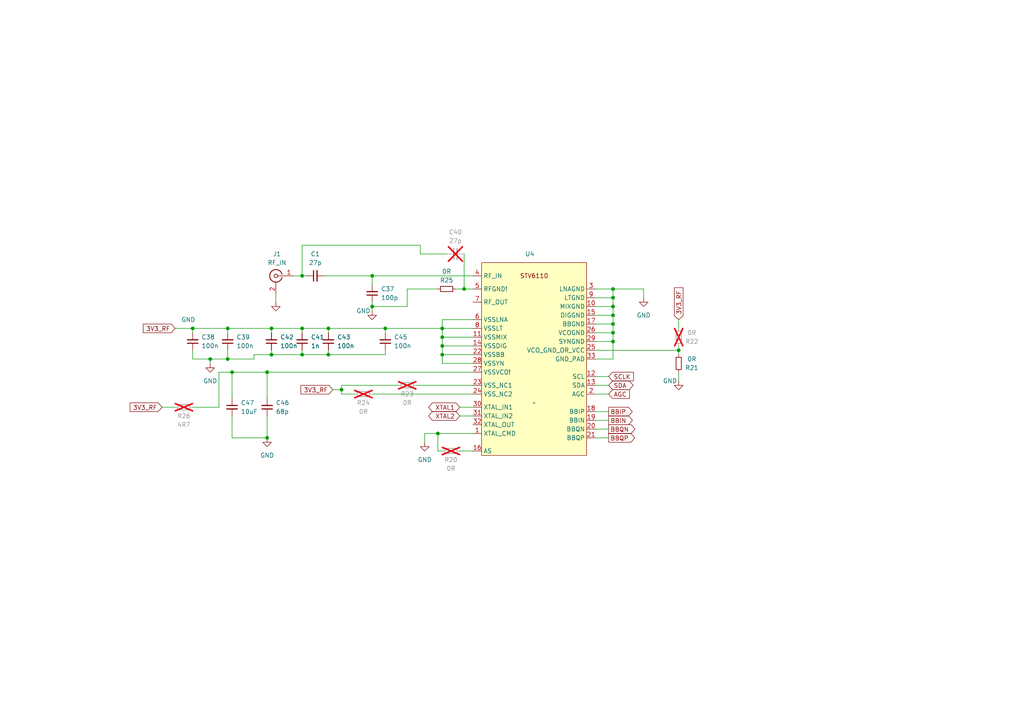
<source format=kicad_sch>
(kicad_sch (version 20230121) (generator eeschema)
  (paper "A4")
  (lib_symbols
    (symbol "Connector:Conn_Coaxial" (pin_names (offset 1.016) hide)
      (property "Reference" "J" (at 0.254 3.048 0))
      (property "Value" "Conn_Coaxial" (at 2.921 0 90))
      (symbol "Conn_Coaxial_0_1"
        (arc (start -1.778 -0.508) (mid 0.2311 -1.8066) (end 1.778 0) (stroke (width 0.254)))
        (polyline (pts (xy -2.54 0) (xy -0.508 0)))
        (polyline (pts (xy 0 -2.54) (xy 0 -1.778)))
        (circle (center 0 0) (radius 0.508) (stroke (width 0.2032)))
        (arc (start 1.778 0) (mid 0.2099 1.8101) (end -1.778 0.508) (stroke (width 0.254)))
      )
      (symbol "Conn_Coaxial_1_1"
        (pin passive line (at -5.08 0 0) (length 2.54) (name "In") (number "1"))
        (pin passive line (at 0 -5.08 90) (length 2.54) (name "Ext") (number "2"))
      )
    )
    (symbol "Device:C_Small" (pin_numbers hide) (pin_names (offset 0.254) hide)
      (property "Reference" "C" (at 0.254 1.778 0))
      (property "Value" "C_Small" (at 0.254 -2.032 0))
      (symbol "C_Small_0_1"
        (polyline (pts (xy -1.524 -0.508) (xy 1.524 -0.508)) (stroke (width 0.3302)))
        (polyline (pts (xy -1.524 0.508) (xy 1.524 0.508)) (stroke (width 0.3048)))
      )
      (symbol "C_Small_1_1"
        (pin passive line (at 0 2.54 270) (length 2.032) (name "~") (number "1"))
        (pin passive line (at 0 -2.54 90) (length 2.032) (name "~") (number "2"))
      )
    )
    (symbol "Device:R_Small" (pin_numbers hide) (pin_names (offset 0.254) hide)
      (property "Reference" "R" (at 0.762 0.508 0))
      (property "Value" "R_Small" (at 0.762 -1.016 0))
      (symbol "R_Small_0_1"
        (rectangle (start -0.762 1.778) (end 0.762 -1.778) (stroke (width 0.2032)))
      )
      (symbol "R_Small_1_1"
        (pin passive line (at 0 2.54 270) (length 0.762) (name "~") (number "1"))
        (pin passive line (at 0 -2.54 90) (length 0.762) (name "~") (number "2"))
      )
    )
    (symbol "power:GND" (power) (pin_names (offset 0))
      (property "Value" "GND" (at 0 -3.81 0))
      (symbol "GND_0_1"
        (polyline (pts (xy 0 0) (xy 0 -1.27) (xy 1.27 -1.27) (xy 0 -2.54) (xy -1.27 -1.27) (xy 0 -1.27)))
      )
      (symbol "GND_1_1"
        (pin power_in line (at 0 0 270) (length 0) hide (name "GND") (number "1"))
      )
    )
    (symbol "rda5815S:STV6110"
      (property "Reference" "U4" (at -1.27 29.21 0))
      (property "Value" "~" (at 0 -13.97 0))
      (symbol "STV6110_1_1"
        (rectangle (start -15.24 26.67) (end 15.24 -29.21) (fill (type background)))
        (text "STV6110" (at 0 22.86 0) (effects (font (size 1.27 1.27))))
        (pin power_in line (at -17.78 -22.86 0) (length 2.54) (name "XTAL_CMD") (number "1"))
        (pin power_in line (at 17.78 13.97 180) (length 2.54) (name "MIXGND") (number "10"))
        (pin power_in line (at -17.78 5.08 0) (length 2.54) (name "VSSMIX") (number "11"))
        (pin input line (at 17.78 -6.35 180) (length 2.54) (name "SCL") (number "12"))
        (pin bidirectional line (at 17.78 -8.89 180) (length 2.54) (name "SDA") (number "13"))
        (pin power_in line (at -17.78 2.54 0) (length 2.54) (name "VSSDIG") (number "14"))
        (pin power_in line (at 17.78 11.43 180) (length 2.54) (name "DIGGND") (number "15"))
        (pin output line (at -17.78 -27.94 0) (length 2.54) (name "AS") (number "16"))
        (pin power_in line (at 17.78 8.89 180) (length 2.54) (name "BBGND") (number "17"))
        (pin output line (at 17.78 -16.51 180) (length 2.54) (name "BBIP") (number "18"))
        (pin output line (at 17.78 -19.05 180) (length 2.54) (name "BBIN") (number "19"))
        (pin input line (at 17.78 -11.43 180) (length 2.54) (name "AGC") (number "2"))
        (pin output line (at 17.78 -21.59 180) (length 2.54) (name "BBQN") (number "20"))
        (pin output line (at 17.78 -24.13 180) (length 2.54) (name "BBQP") (number "21"))
        (pin power_in line (at -17.78 0 0) (length 2.54) (name "VSSBB") (number "22"))
        (pin power_in line (at -17.78 -8.89 0) (length 2.54) (name "VSS_NC1") (number "23"))
        (pin power_in line (at -17.78 -11.43 0) (length 2.54) (name "VSS_NC2") (number "24"))
        (pin power_in line (at 17.78 1.27 180) (length 2.54) (name "VCO_GND_OR_VCC") (number "25"))
        (pin power_in line (at 17.78 6.35 180) (length 2.54) (name "VCOGND") (number "26"))
        (pin power_in line (at -17.78 -5.08 0) (length 2.54) (name "VSSVCO!") (number "27"))
        (pin power_in line (at -17.78 -2.54 0) (length 2.54) (name "VSSYN") (number "28"))
        (pin power_in line (at 17.78 3.81 180) (length 2.54) (name "SYNGND") (number "29"))
        (pin power_in line (at 17.78 19.05 180) (length 2.54) (name "LNAGND") (number "3"))
        (pin bidirectional line (at -17.78 -15.24 0) (length 2.54) (name "XTAL_IN1") (number "30"))
        (pin bidirectional line (at -17.78 -17.78 0) (length 2.54) (name "XTAL_IN2") (number "31"))
        (pin output line (at -17.78 -20.32 0) (length 2.54) (name "XTAL_OUT") (number "32"))
        (pin power_in line (at 17.78 -1.27 180) (length 2.54) (name "GND_PAD") (number "33"))
        (pin input line (at -17.78 22.86 0) (length 2.54) (name "RF_IN") (number "4"))
        (pin power_in line (at -17.78 19.05 0) (length 2.54) (name "RFGND!") (number "5"))
        (pin power_in line (at -17.78 10.16 0) (length 2.54) (name "VSSLNA") (number "6"))
        (pin output line (at -17.78 15.24 0) (length 2.54) (name "RF_OUT") (number "7"))
        (pin power_in line (at -17.78 7.62 0) (length 2.54) (name "VSSLT") (number "8"))
        (pin power_in line (at 17.78 16.51 180) (length 2.54) (name "LTGND") (number "9"))
      )
    )
  )
  (junction (at 134.62 83.82))
  (junction (at 95.25 95.25))
  (junction (at 128.27 95.25))
  (junction (at 177.8 86.36))
  (junction (at 95.25 102.87))
  (junction (at 107.95 80.01))
  (junction (at 177.8 83.82))
  (junction (at 177.8 99.06))
  (junction (at 107.95 88.9))
  (junction (at 127 125.73))
  (junction (at 128.27 97.79))
  (junction (at 77.47 127))
  (junction (at 55.88 95.25))
  (junction (at 78.74 102.87))
  (junction (at 77.47 107.95))
  (junction (at 177.8 96.52))
  (junction (at 177.8 91.44))
  (junction (at 177.8 88.9))
  (junction (at 66.04 104.14))
  (junction (at 66.04 95.25))
  (junction (at 87.63 102.87))
  (junction (at 196.85 101.6))
  (junction (at 128.27 100.33))
  (junction (at 87.63 95.25))
  (junction (at 128.27 102.87))
  (junction (at 67.31 107.95))
  (junction (at 99.06 113.03))
  (junction (at 60.96 104.14))
  (junction (at 78.74 95.25))
  (junction (at 177.8 93.98))
  (junction (at 87.63 80.01))
  (junction (at 111.76 95.25))
  (wire (pts (xy 121.92 71.12) (xy 121.92 73.66)))
  (wire (pts (xy 50.8 95.25) (xy 55.88 95.25)))
  (wire (pts (xy 63.5 107.95) (xy 67.31 107.95)))
  (wire (pts (xy 95.25 95.25) (xy 95.25 96.52)))
  (wire (pts (xy 123.19 125.73) (xy 123.19 128.27)))
  (wire (pts (xy 55.88 95.25) (xy 66.04 95.25)))
  (wire (pts (xy 172.72 101.6) (xy 196.85 101.6)))
  (wire (pts (xy 177.8 88.9) (xy 177.8 86.36)))
  (wire (pts (xy 172.72 88.9) (xy 177.8 88.9)))
  (wire (pts (xy 95.25 102.87) (xy 111.76 102.87)))
  (wire (pts (xy 107.95 80.01) (xy 137.16 80.01)))
  (wire (pts (xy 78.74 102.87) (xy 87.63 102.87)))
  (wire (pts (xy 127 83.82) (xy 118.11 83.82)))
  (wire (pts (xy 107.95 114.3) (xy 137.16 114.3)))
  (wire (pts (xy 73.66 102.87) (xy 78.74 102.87)))
  (wire (pts (xy 177.8 93.98) (xy 177.8 91.44)))
  (wire (pts (xy 177.8 99.06) (xy 177.8 96.52)))
  (wire (pts (xy 67.31 127) (xy 77.47 127)))
  (wire (pts (xy 55.88 104.14) (xy 60.96 104.14)))
  (wire (pts (xy 172.72 86.36) (xy 177.8 86.36)))
  (wire (pts (xy 107.95 87.63) (xy 107.95 88.9)))
  (wire (pts (xy 128.27 95.25) (xy 137.16 95.25)))
  (wire (pts (xy 111.76 101.6) (xy 111.76 102.87)))
  (wire (pts (xy 132.08 83.82) (xy 134.62 83.82)))
  (wire (pts (xy 186.69 83.82) (xy 186.69 86.36)))
  (wire (pts (xy 127 130.81) (xy 127 125.73)))
  (wire (pts (xy 172.72 83.82) (xy 177.8 83.82)))
  (wire (pts (xy 172.72 96.52) (xy 177.8 96.52)))
  (wire (pts (xy 87.63 71.12) (xy 121.92 71.12)))
  (wire (pts (xy 87.63 80.01) (xy 88.9 80.01)))
  (wire (pts (xy 137.16 102.87) (xy 128.27 102.87)))
  (wire (pts (xy 95.25 102.87) (xy 87.63 102.87)))
  (wire (pts (xy 133.35 120.65) (xy 137.16 120.65)))
  (wire (pts (xy 120.65 111.76) (xy 137.16 111.76)))
  (wire (pts (xy 107.95 88.9) (xy 107.95 90.17)))
  (wire (pts (xy 55.88 118.11) (xy 63.5 118.11)))
  (wire (pts (xy 128.27 97.79) (xy 128.27 95.25)))
  (wire (pts (xy 172.72 124.46) (xy 176.53 124.46)))
  (wire (pts (xy 73.66 102.87) (xy 73.66 104.14)))
  (wire (pts (xy 172.72 99.06) (xy 177.8 99.06)))
  (wire (pts (xy 172.72 111.76) (xy 176.53 111.76)))
  (wire (pts (xy 118.11 83.82) (xy 118.11 88.9)))
  (wire (pts (xy 67.31 120.65) (xy 67.31 127)))
  (wire (pts (xy 196.85 92.71) (xy 196.85 95.25)))
  (wire (pts (xy 66.04 101.6) (xy 66.04 104.14)))
  (wire (pts (xy 128.27 130.81) (xy 127 130.81)))
  (wire (pts (xy 196.85 101.6) (xy 196.85 102.87)))
  (wire (pts (xy 73.66 104.14) (xy 66.04 104.14)))
  (wire (pts (xy 172.72 91.44) (xy 177.8 91.44)))
  (wire (pts (xy 127 125.73) (xy 123.19 125.73)))
  (wire (pts (xy 137.16 125.73) (xy 127 125.73)))
  (wire (pts (xy 78.74 95.25) (xy 87.63 95.25)))
  (wire (pts (xy 137.16 97.79) (xy 128.27 97.79)))
  (wire (pts (xy 118.11 88.9) (xy 107.95 88.9)))
  (wire (pts (xy 177.8 86.36) (xy 177.8 83.82)))
  (wire (pts (xy 172.72 104.14) (xy 177.8 104.14)))
  (wire (pts (xy 172.72 127) (xy 176.53 127)))
  (wire (pts (xy 137.16 92.71) (xy 128.27 92.71)))
  (wire (pts (xy 99.06 113.03) (xy 99.06 114.3)))
  (wire (pts (xy 177.8 96.52) (xy 177.8 93.98)))
  (wire (pts (xy 99.06 114.3) (xy 102.87 114.3)))
  (wire (pts (xy 80.01 85.09) (xy 80.01 87.63)))
  (wire (pts (xy 77.47 127) (xy 77.47 120.65)))
  (wire (pts (xy 60.96 104.14) (xy 66.04 104.14)))
  (wire (pts (xy 128.27 92.71) (xy 128.27 95.25)))
  (wire (pts (xy 66.04 95.25) (xy 66.04 96.52)))
  (wire (pts (xy 55.88 101.6) (xy 55.88 104.14)))
  (wire (pts (xy 99.06 111.76) (xy 99.06 113.03)))
  (wire (pts (xy 172.72 121.92) (xy 176.53 121.92)))
  (wire (pts (xy 87.63 95.25) (xy 87.63 96.52)))
  (wire (pts (xy 87.63 95.25) (xy 95.25 95.25)))
  (wire (pts (xy 177.8 104.14) (xy 177.8 99.06)))
  (wire (pts (xy 111.76 95.25) (xy 111.76 96.52)))
  (wire (pts (xy 177.8 91.44) (xy 177.8 88.9)))
  (wire (pts (xy 87.63 102.87) (xy 87.63 101.6)))
  (wire (pts (xy 55.88 96.52) (xy 55.88 95.25)))
  (wire (pts (xy 77.47 107.95) (xy 137.16 107.95)))
  (wire (pts (xy 87.63 80.01) (xy 87.63 71.12)))
  (wire (pts (xy 133.35 118.11) (xy 137.16 118.11)))
  (wire (pts (xy 67.31 107.95) (xy 67.31 115.57)))
  (wire (pts (xy 172.72 93.98) (xy 177.8 93.98)))
  (wire (pts (xy 95.25 95.25) (xy 111.76 95.25)))
  (wire (pts (xy 60.96 104.14) (xy 60.96 105.41)))
  (wire (pts (xy 128.27 105.41) (xy 128.27 102.87)))
  (wire (pts (xy 128.27 100.33) (xy 128.27 97.79)))
  (wire (pts (xy 67.31 107.95) (xy 77.47 107.95)))
  (wire (pts (xy 93.98 80.01) (xy 107.95 80.01)))
  (wire (pts (xy 133.35 130.81) (xy 137.16 130.81)))
  (wire (pts (xy 66.04 95.25) (xy 78.74 95.25)))
  (wire (pts (xy 137.16 100.33) (xy 128.27 100.33)))
  (wire (pts (xy 85.09 80.01) (xy 87.63 80.01)))
  (wire (pts (xy 137.16 105.41) (xy 128.27 105.41)))
  (wire (pts (xy 78.74 95.25) (xy 78.74 96.52)))
  (wire (pts (xy 96.52 113.03) (xy 99.06 113.03)))
  (wire (pts (xy 115.57 111.76) (xy 99.06 111.76)))
  (wire (pts (xy 46.99 118.11) (xy 50.8 118.11)))
  (wire (pts (xy 128.27 102.87) (xy 128.27 100.33)))
  (wire (pts (xy 63.5 118.11) (xy 63.5 107.95)))
  (wire (pts (xy 107.95 80.01) (xy 107.95 82.55)))
  (wire (pts (xy 172.72 109.22) (xy 176.53 109.22)))
  (wire (pts (xy 196.85 100.33) (xy 196.85 101.6)))
  (wire (pts (xy 172.72 119.38) (xy 176.53 119.38)))
  (wire (pts (xy 121.92 73.66) (xy 129.54 73.66)))
  (wire (pts (xy 134.62 73.66) (xy 134.62 83.82)))
  (wire (pts (xy 78.74 101.6) (xy 78.74 102.87)))
  (wire (pts (xy 177.8 83.82) (xy 186.69 83.82)))
  (wire (pts (xy 172.72 114.3) (xy 176.53 114.3)))
  (wire (pts (xy 77.47 115.57) (xy 77.47 107.95)))
  (wire (pts (xy 111.76 95.25) (xy 128.27 95.25)))
  (wire (pts (xy 196.85 107.95) (xy 196.85 110.49)))
  (wire (pts (xy 134.62 83.82) (xy 137.16 83.82)))
  (wire (pts (xy 95.25 101.6) (xy 95.25 102.87)))
  (global_label "XTAL1" (shape bidirectional) (at 133.35 118.11 180) (property "Intersheetrefs" "${INTERSHEET_REFS}" (effects hide)))
  (global_label "3V3_RF" (shape input) (at 50.8 95.25 180) (property "Intersheetrefs" "${INTERSHEET_REFS}" (effects hide)))
  (global_label "3V3_RF" (shape input) (at 46.99 118.11 180) (property "Intersheetrefs" "${INTERSHEET_REFS}" (effects hide)))
  (global_label "3V3_RF" (shape input) (at 196.85 92.71 90) (property "Intersheetrefs" "${INTERSHEET_REFS}" (effects hide)))
  (global_label "BBIN" (shape output) (at 176.53 121.92 0) (property "Intersheetrefs" "${INTERSHEET_REFS}" (effects hide)))
  (global_label "3V3_RF" (shape input) (at 96.52 113.03 180) (property "Intersheetrefs" "${INTERSHEET_REFS}" (effects hide)))
  (global_label "SDA" (shape bidirectional) (at 176.53 111.76 0) (property "Intersheetrefs" "${INTERSHEET_REFS}" (effects hide)))
  (global_label "BBQP" (shape output) (at 176.53 127 0) (property "Intersheetrefs" "${INTERSHEET_REFS}" (effects hide)))
  (global_label "SCLK" (shape input) (at 176.53 109.22 0) (property "Intersheetrefs" "${INTERSHEET_REFS}" (effects hide)))
  (global_label "AGC" (shape input) (at 176.53 114.3 0) (property "Intersheetrefs" "${INTERSHEET_REFS}" (effects hide)))
  (global_label "XTAL2" (shape bidirectional) (at 133.35 120.65 180) (property "Intersheetrefs" "${INTERSHEET_REFS}" (effects hide)))
  (global_label "BBQN" (shape output) (at 176.53 124.46 0) (property "Intersheetrefs" "${INTERSHEET_REFS}" (effects hide)))
  (global_label "BBIP" (shape output) (at 176.53 119.38 0) (property "Intersheetrefs" "${INTERSHEET_REFS}" (effects hide)))
  (symbol (lib_id "Device:C_Small") (at 132.08 73.66 90) (unit 1) (dnp yes)
    (property "Reference" "C40" (at 132.0863 67.31 90))
    (property "Value" "27p" (at 132.0863 69.85 90))
    (property "Footprint" "Capacitor_SMD:C_0402_1005Metric" (effects hide))
  )
  (symbol (lib_id "power:GND") (at 123.19 128.27 0) (unit 1)
    (property "Reference" "#PWR029" (effects hide))
    (property "Value" "GND" (at 123.19 133.35 0))
  )
  (symbol (lib_id "Device:C_Small") (at 107.95 85.09 180) (unit 1)
    (property "Reference" "C37" (at 110.49 83.82 0) (effects (justify right)))
    (property "Value" "100p" (at 110.49 86.36 0) (effects (justify right)))
    (property "Footprint" "Capacitor_SMD:C_0402_1005Metric" (effects hide))
  )
  (symbol (lib_id "Device:C_Small") (at 78.74 99.06 180) (unit 1)
    (property "Reference" "C42" (at 81.28 97.7836 0) (effects (justify right)))
    (property "Value" "100n" (at 81.28 100.3236 0) (effects (justify right)))
    (property "Footprint" "Capacitor_SMD:C_0402_1005Metric" (effects hide))
  )
  (symbol (lib_id "Device:R_Small") (at 129.54 83.82 270) (mirror x) (unit 1)
    (property "Reference" "R25" (at 129.54 81.28 90))
    (property "Value" "0R" (at 129.54 78.74 90))
    (property "Footprint" "Resistor_SMD:R_0402_1005Metric" (effects hide))
  )
  (symbol (lib_id "power:GND") (at 196.85 110.49 0) (unit 1)
    (property "Reference" "#PWR030" (effects hide))
    (property "Value" "GND" (at 194.31 110.49 0))
  )
  (symbol (lib_id "Device:R_Small") (at 196.85 97.79 0) (mirror x) (unit 1) (dnp yes)
    (property "Reference" "R22" (at 200.66 99.06 0))
    (property "Value" "0R" (at 200.66 96.52 0))
    (property "Footprint" "Resistor_SMD:R_0402_1005Metric" (effects hide))
  )
  (symbol (lib_id "Device:R_Small") (at 130.81 130.81 90) (mirror x) (unit 1) (dnp yes)
    (property "Reference" "R20" (at 130.81 133.35 90))
    (property "Value" "0R" (at 130.81 135.89 90))
    (property "Footprint" "Resistor_SMD:R_0402_1005Metric" (effects hide))
  )
  (symbol (lib_id "Device:C_Small") (at 77.47 118.11 180) (unit 1)
    (property "Reference" "C46" (at 80.01 116.8336 0) (effects (justify right)))
    (property "Value" "68p" (at 80.01 119.3736 0) (effects (justify right)))
    (property "Footprint" "Capacitor_SMD:C_0402_1005Metric" (effects hide))
  )
  (symbol (lib_id "Connector:Conn_Coaxial") (at 80.01 80.01 0) (mirror y) (unit 1)
    (property "Reference" "J1" (at 80.3274 73.66 0))
    (property "Value" "RF_IN" (at 80.3274 76.2 0))
    (property "Footprint" "Connector_Coaxial:SMA_Molex_73251-1153_EdgeMount_Horizontal" (effects hide))
    (property "Datasheet" " ~" (effects hide))
  )
  (symbol (lib_id "Device:C_Small") (at 111.76 99.06 180) (unit 1)
    (property "Reference" "C45" (at 114.3 97.7836 0) (effects (justify right)))
    (property "Value" "100n" (at 114.3 100.3236 0) (effects (justify right)))
    (property "Footprint" "Capacitor_SMD:C_0402_1005Metric" (effects hide))
  )
  (symbol (lib_id "Device:C_Small") (at 55.88 99.06 180) (unit 1)
    (property "Reference" "C38" (at 58.42 97.7836 0) (effects (justify right)))
    (property "Value" "100n" (at 58.42 100.3236 0) (effects (justify right)))
    (property "Footprint" "Capacitor_SMD:C_0402_1005Metric" (effects hide))
  )
  (symbol (lib_id "power:GND") (at 77.47 127 0) (unit 1)
    (property "Reference" "#PWR02" (effects hide))
    (property "Value" "GND" (at 77.47 132.08 0))
  )
  (symbol (lib_id "Device:R_Small") (at 196.85 105.41 0) (mirror x) (unit 1)
    (property "Reference" "R21" (at 200.66 106.68 0))
    (property "Value" "0R" (at 200.66 104.14 0))
    (property "Footprint" "Resistor_SMD:R_0402_1005Metric" (effects hide))
  )
  (symbol (lib_id "power:GND") (at 60.96 105.41 0) (mirror y) (unit 1)
    (property "Reference" "#PWR031" (effects hide))
    (property "Value" "GND" (at 60.96 110.49 0))
  )
  (symbol (lib_id "Device:C_Small") (at 95.25 99.06 180) (unit 1)
    (property "Reference" "C43" (at 97.79 97.7836 0) (effects (justify right)))
    (property "Value" "100n" (at 97.79 100.3236 0) (effects (justify right)))
    (property "Footprint" "Capacitor_SMD:C_0402_1005Metric" (effects hide))
  )
  (symbol (lib_id "power:GND") (at 186.69 86.36 0) (unit 1)
    (property "Reference" "#PWR027" (effects hide))
    (property "Value" "GND" (at 186.69 91.44 0))
  )
  (symbol (lib_id "Device:R_Small") (at 118.11 111.76 90) (mirror x) (unit 1) (dnp yes)
    (property "Reference" "R23" (at 118.11 114.3 90))
    (property "Value" "0R" (at 118.11 116.84 90))
    (property "Footprint" "Resistor_SMD:R_0402_1005Metric" (effects hide))
  )
  (symbol (lib_id "Device:C_Small") (at 91.44 80.01 90) (unit 1)
    (property "Reference" "C1" (at 91.4463 73.66 90))
    (property "Value" "27p" (at 91.4463 76.2 90))
    (property "Footprint" "Capacitor_SMD:C_0402_1005Metric" (effects hide))
  )
  (symbol (lib_id "rda5815S:STV6110") (at 154.94 102.87 0) (unit 1)
    (property "Reference" "U4" (at 153.67 73.66 0))
    (property "Value" "~" (at 154.94 116.84 0))
    (property "Footprint" "Package_DFN_QFN:VQFN-32-1EP_5x5mm_P0.5mm_EP3.5x3.5mm_ThermalVias" (effects hide))
  )
  (symbol (lib_id "Device:R_Small") (at 53.34 118.11 90) (mirror x) (unit 1) (dnp yes)
    (property "Reference" "R26" (at 53.34 120.65 90))
    (property "Value" "4R7" (at 53.34 123.19 90))
    (property "Footprint" "Resistor_SMD:R_0402_1005Metric" (effects hide))
  )
  (symbol (lib_id "Device:C_Small") (at 66.04 99.06 180) (unit 1)
    (property "Reference" "C39" (at 68.58 97.7836 0) (effects (justify right)))
    (property "Value" "100n" (at 68.58 100.3236 0) (effects (justify right)))
    (property "Footprint" "Capacitor_SMD:C_0402_1005Metric" (effects hide))
  )
  (symbol (lib_id "Device:C_Small") (at 67.31 118.11 0) (unit 1)
    (property "Reference" "C47" (at 69.85 116.8463 0) (effects (justify left)))
    (property "Value" "10uF" (at 69.85 119.38 0) (effects (justify left)))
    (property "Footprint" "Capacitor_SMD:C_0603_1608Metric" (effects hide))
  )
  (symbol (lib_id "power:GND") (at 107.95 90.17 0) (unit 1)
    (property "Reference" "#PWR028" (effects hide))
    (property "Value" "GND" (at 105.41 90.17 0))
  )
  (symbol (lib_id "Device:C_Small") (at 87.63 99.06 180) (unit 1)
    (property "Reference" "C41" (at 90.17 97.7836 0) (effects (justify right)))
    (property "Value" "1n" (at 90.17 100.3236 0) (effects (justify right)))
    (property "Footprint" "Capacitor_SMD:C_0402_1005Metric" (effects hide))
  )
  (symbol (lib_id "power:GND") (at 80.01 87.63 0) (mirror y) (unit 1)
    (property "Reference" "#PWR01" (effects hide))
    (property "Value" "GND" (at 54.61 92.71 0))
  )
  (symbol (lib_id "Device:R_Small") (at 105.41 114.3 90) (mirror x) (unit 1) (dnp yes)
    (property "Reference" "R24" (at 105.41 116.84 90))
    (property "Value" "0R" (at 105.41 119.38 90))
    (property "Footprint" "Resistor_SMD:R_0402_1005Metric" (effects hide))
  )
)
</source>
